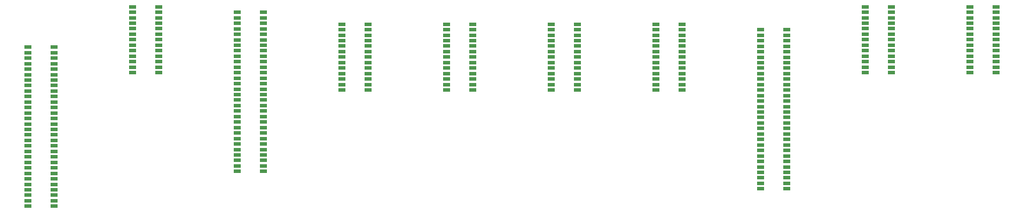
<source format=gbr>
G04 #@! TF.FileFunction,Paste,Top*
%FSLAX46Y46*%
G04 Gerber Fmt 4.6, Leading zero omitted, Abs format (unit mm)*
G04 Created by KiCad (PCBNEW 4.0.4-stable) date 01/23/17 14:10:24*
%MOMM*%
%LPD*%
G01*
G04 APERTURE LIST*
%ADD10C,0.100000*%
%ADD11R,1.099820X0.497840*%
G04 APERTURE END LIST*
D10*
D11*
X169380080Y-58257640D03*
X173179920Y-58257640D03*
X169380080Y-57457540D03*
X173179920Y-57457540D03*
X169380080Y-56659980D03*
X173179920Y-56659980D03*
X169380080Y-55859880D03*
X173179920Y-55859880D03*
X169380080Y-55059780D03*
X173179920Y-55059780D03*
X169380080Y-54259680D03*
X173179920Y-54259680D03*
X169380080Y-53459580D03*
X173179920Y-53459580D03*
X169380080Y-52659480D03*
X173179920Y-52659480D03*
X169380080Y-51859380D03*
X173179920Y-51859380D03*
X169380080Y-51059280D03*
X173179920Y-51059280D03*
X169380080Y-50259180D03*
X173179920Y-50259180D03*
X169380080Y-49459080D03*
X173179920Y-49459080D03*
X169380080Y-48658980D03*
X173179920Y-48658980D03*
X169380080Y-47858880D03*
X173179920Y-47858880D03*
X169380080Y-47058780D03*
X173179920Y-47058780D03*
X169380080Y-46261220D03*
X173179920Y-46261220D03*
X169380080Y-45461120D03*
X173179920Y-45461120D03*
X169380080Y-44661020D03*
X173179920Y-44661020D03*
X169380080Y-43860920D03*
X173179920Y-43860920D03*
X169380080Y-43060820D03*
X173179920Y-43060820D03*
X169380080Y-42260720D03*
X173179920Y-42260720D03*
X169380080Y-41460620D03*
X173179920Y-41460620D03*
X169380080Y-40660520D03*
X173179920Y-40660520D03*
X169380080Y-39860420D03*
X173179920Y-39860420D03*
X169380080Y-39060320D03*
X173179920Y-39060320D03*
X169380080Y-38260220D03*
X173179920Y-38260220D03*
X169380080Y-37460120D03*
X173179920Y-37460120D03*
X169380080Y-36660020D03*
X173179920Y-36660020D03*
X169380080Y-35862460D03*
X173179920Y-35862460D03*
X169380080Y-35062360D03*
X173179920Y-35062360D03*
X93180080Y-55717640D03*
X96979920Y-55717640D03*
X93180080Y-54917540D03*
X96979920Y-54917540D03*
X93180080Y-54119980D03*
X96979920Y-54119980D03*
X93180080Y-53319880D03*
X96979920Y-53319880D03*
X93180080Y-52519780D03*
X96979920Y-52519780D03*
X93180080Y-51719680D03*
X96979920Y-51719680D03*
X93180080Y-50919580D03*
X96979920Y-50919580D03*
X93180080Y-50119480D03*
X96979920Y-50119480D03*
X93180080Y-49319380D03*
X96979920Y-49319380D03*
X93180080Y-48519280D03*
X96979920Y-48519280D03*
X93180080Y-47719180D03*
X96979920Y-47719180D03*
X93180080Y-46919080D03*
X96979920Y-46919080D03*
X93180080Y-46118980D03*
X96979920Y-46118980D03*
X93180080Y-45318880D03*
X96979920Y-45318880D03*
X93180080Y-44518780D03*
X96979920Y-44518780D03*
X93180080Y-43721220D03*
X96979920Y-43721220D03*
X93180080Y-42921120D03*
X96979920Y-42921120D03*
X93180080Y-42121020D03*
X96979920Y-42121020D03*
X93180080Y-41320920D03*
X96979920Y-41320920D03*
X93180080Y-40520820D03*
X96979920Y-40520820D03*
X93180080Y-39720720D03*
X96979920Y-39720720D03*
X93180080Y-38920620D03*
X96979920Y-38920620D03*
X93180080Y-38120520D03*
X96979920Y-38120520D03*
X93180080Y-37320420D03*
X96979920Y-37320420D03*
X93180080Y-36520320D03*
X96979920Y-36520320D03*
X93180080Y-35720220D03*
X96979920Y-35720220D03*
X93180080Y-34920120D03*
X96979920Y-34920120D03*
X93180080Y-34120020D03*
X96979920Y-34120020D03*
X93180080Y-33322460D03*
X96979920Y-33322460D03*
X93180080Y-32522360D03*
X96979920Y-32522360D03*
X62700080Y-60797640D03*
X66499920Y-60797640D03*
X62700080Y-59997540D03*
X66499920Y-59997540D03*
X62700080Y-59199980D03*
X66499920Y-59199980D03*
X62700080Y-58399880D03*
X66499920Y-58399880D03*
X62700080Y-57599780D03*
X66499920Y-57599780D03*
X62700080Y-56799680D03*
X66499920Y-56799680D03*
X62700080Y-55999580D03*
X66499920Y-55999580D03*
X62700080Y-55199480D03*
X66499920Y-55199480D03*
X62700080Y-54399380D03*
X66499920Y-54399380D03*
X62700080Y-53599280D03*
X66499920Y-53599280D03*
X62700080Y-52799180D03*
X66499920Y-52799180D03*
X62700080Y-51999080D03*
X66499920Y-51999080D03*
X62700080Y-51198980D03*
X66499920Y-51198980D03*
X62700080Y-50398880D03*
X66499920Y-50398880D03*
X62700080Y-49598780D03*
X66499920Y-49598780D03*
X62700080Y-48801220D03*
X66499920Y-48801220D03*
X62700080Y-48001120D03*
X66499920Y-48001120D03*
X62700080Y-47201020D03*
X66499920Y-47201020D03*
X62700080Y-46400920D03*
X66499920Y-46400920D03*
X62700080Y-45600820D03*
X66499920Y-45600820D03*
X62700080Y-44800720D03*
X66499920Y-44800720D03*
X62700080Y-44000620D03*
X66499920Y-44000620D03*
X62700080Y-43200520D03*
X66499920Y-43200520D03*
X62700080Y-42400420D03*
X66499920Y-42400420D03*
X62700080Y-41600320D03*
X66499920Y-41600320D03*
X62700080Y-40800220D03*
X66499920Y-40800220D03*
X62700080Y-40000120D03*
X66499920Y-40000120D03*
X62700080Y-39200020D03*
X66499920Y-39200020D03*
X62700080Y-38402460D03*
X66499920Y-38402460D03*
X62700080Y-37602360D03*
X66499920Y-37602360D03*
X108420080Y-43838060D03*
X112219920Y-43838060D03*
X108420080Y-43037960D03*
X112219920Y-43037960D03*
X108420080Y-42237860D03*
X112219920Y-42237860D03*
X108420080Y-41437760D03*
X112219920Y-41437760D03*
X108420080Y-40637660D03*
X112219920Y-40637660D03*
X108420080Y-39837560D03*
X112219920Y-39837560D03*
X108420080Y-39040000D03*
X112219920Y-39040000D03*
X108420080Y-38242440D03*
X112219920Y-38242440D03*
X108420080Y-37442340D03*
X112219920Y-37442340D03*
X108420080Y-36642240D03*
X112219920Y-36642240D03*
X108420080Y-35842140D03*
X112219920Y-35842140D03*
X108420080Y-35042040D03*
X112219920Y-35042040D03*
X108420080Y-34241940D03*
X112219920Y-34241940D03*
X123660080Y-43838060D03*
X127459920Y-43838060D03*
X123660080Y-43037960D03*
X127459920Y-43037960D03*
X123660080Y-42237860D03*
X127459920Y-42237860D03*
X123660080Y-41437760D03*
X127459920Y-41437760D03*
X123660080Y-40637660D03*
X127459920Y-40637660D03*
X123660080Y-39837560D03*
X127459920Y-39837560D03*
X123660080Y-39040000D03*
X127459920Y-39040000D03*
X123660080Y-38242440D03*
X127459920Y-38242440D03*
X123660080Y-37442340D03*
X127459920Y-37442340D03*
X123660080Y-36642240D03*
X127459920Y-36642240D03*
X123660080Y-35842140D03*
X127459920Y-35842140D03*
X123660080Y-35042040D03*
X127459920Y-35042040D03*
X123660080Y-34241940D03*
X127459920Y-34241940D03*
X138900080Y-43838060D03*
X142699920Y-43838060D03*
X138900080Y-43037960D03*
X142699920Y-43037960D03*
X138900080Y-42237860D03*
X142699920Y-42237860D03*
X138900080Y-41437760D03*
X142699920Y-41437760D03*
X138900080Y-40637660D03*
X142699920Y-40637660D03*
X138900080Y-39837560D03*
X142699920Y-39837560D03*
X138900080Y-39040000D03*
X142699920Y-39040000D03*
X138900080Y-38242440D03*
X142699920Y-38242440D03*
X138900080Y-37442340D03*
X142699920Y-37442340D03*
X138900080Y-36642240D03*
X142699920Y-36642240D03*
X138900080Y-35842140D03*
X142699920Y-35842140D03*
X138900080Y-35042040D03*
X142699920Y-35042040D03*
X138900080Y-34241940D03*
X142699920Y-34241940D03*
X154140080Y-43838060D03*
X157939920Y-43838060D03*
X154140080Y-43037960D03*
X157939920Y-43037960D03*
X154140080Y-42237860D03*
X157939920Y-42237860D03*
X154140080Y-41437760D03*
X157939920Y-41437760D03*
X154140080Y-40637660D03*
X157939920Y-40637660D03*
X154140080Y-39837560D03*
X157939920Y-39837560D03*
X154140080Y-39040000D03*
X157939920Y-39040000D03*
X154140080Y-38242440D03*
X157939920Y-38242440D03*
X154140080Y-37442340D03*
X157939920Y-37442340D03*
X154140080Y-36642240D03*
X157939920Y-36642240D03*
X154140080Y-35842140D03*
X157939920Y-35842140D03*
X154140080Y-35042040D03*
X157939920Y-35042040D03*
X154140080Y-34241940D03*
X157939920Y-34241940D03*
X184620080Y-41298060D03*
X188419920Y-41298060D03*
X184620080Y-40497960D03*
X188419920Y-40497960D03*
X184620080Y-39697860D03*
X188419920Y-39697860D03*
X184620080Y-38897760D03*
X188419920Y-38897760D03*
X184620080Y-38097660D03*
X188419920Y-38097660D03*
X184620080Y-37297560D03*
X188419920Y-37297560D03*
X184620080Y-36500000D03*
X188419920Y-36500000D03*
X184620080Y-35702440D03*
X188419920Y-35702440D03*
X184620080Y-34902340D03*
X188419920Y-34902340D03*
X184620080Y-34102240D03*
X188419920Y-34102240D03*
X184620080Y-33302140D03*
X188419920Y-33302140D03*
X184620080Y-32502040D03*
X188419920Y-32502040D03*
X184620080Y-31701940D03*
X188419920Y-31701940D03*
X199840080Y-41298060D03*
X203639920Y-41298060D03*
X199840080Y-40497960D03*
X203639920Y-40497960D03*
X199840080Y-39697860D03*
X203639920Y-39697860D03*
X199840080Y-38897760D03*
X203639920Y-38897760D03*
X199840080Y-38097660D03*
X203639920Y-38097660D03*
X199840080Y-37297560D03*
X203639920Y-37297560D03*
X199840080Y-36500000D03*
X203639920Y-36500000D03*
X199840080Y-35702440D03*
X203639920Y-35702440D03*
X199840080Y-34902340D03*
X203639920Y-34902340D03*
X199840080Y-34102240D03*
X203639920Y-34102240D03*
X199840080Y-33302140D03*
X203639920Y-33302140D03*
X199840080Y-32502040D03*
X203639920Y-32502040D03*
X199840080Y-31701940D03*
X203639920Y-31701940D03*
X77940080Y-41298060D03*
X81739920Y-41298060D03*
X77940080Y-40497960D03*
X81739920Y-40497960D03*
X77940080Y-39697860D03*
X81739920Y-39697860D03*
X77940080Y-38897760D03*
X81739920Y-38897760D03*
X77940080Y-38097660D03*
X81739920Y-38097660D03*
X77940080Y-37297560D03*
X81739920Y-37297560D03*
X77940080Y-36500000D03*
X81739920Y-36500000D03*
X77940080Y-35702440D03*
X81739920Y-35702440D03*
X77940080Y-34902340D03*
X81739920Y-34902340D03*
X77940080Y-34102240D03*
X81739920Y-34102240D03*
X77940080Y-33302140D03*
X81739920Y-33302140D03*
X77940080Y-32502040D03*
X81739920Y-32502040D03*
X77940080Y-31701940D03*
X81739920Y-31701940D03*
M02*

</source>
